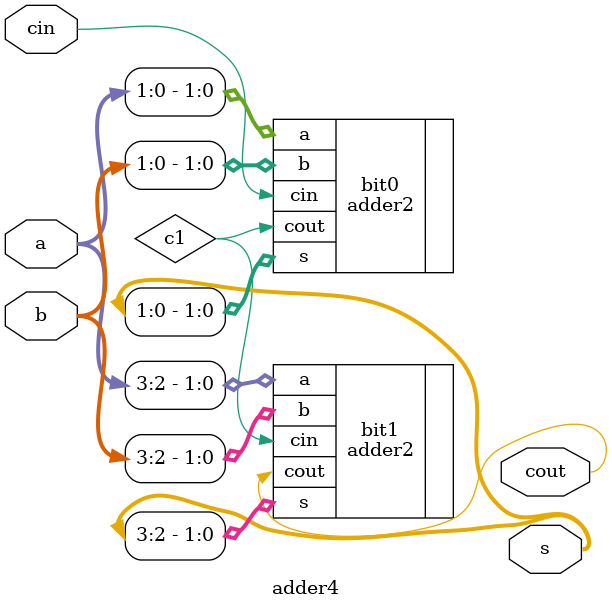
<source format=sv>
`include "./adder2.sv"

`timescale 1ns/1ps
`default_nettype none

module adder4(a, b, cin, s, cout);

input [3:0] a, b;
input cin;
output logic [3:0] s; // the last or logic
output logic cout;

// Below is "STRUCTURAL" verilog - explicit hardware

// logic initial_carry_bit;
// always_comb initial_carry_bit = 0;

// 1-2 decoders
logic c1;
adder2 bit0(.a(a[1:0]), .b(b[1:0]), .cin(cin), .s(s[1:0]), .cout(c1));
adder2 bit1(.a(a[3:2]), .b(b[3:2]), .cin(c1),  .s(s[3:2]), .cout(cout));

endmodule
</source>
